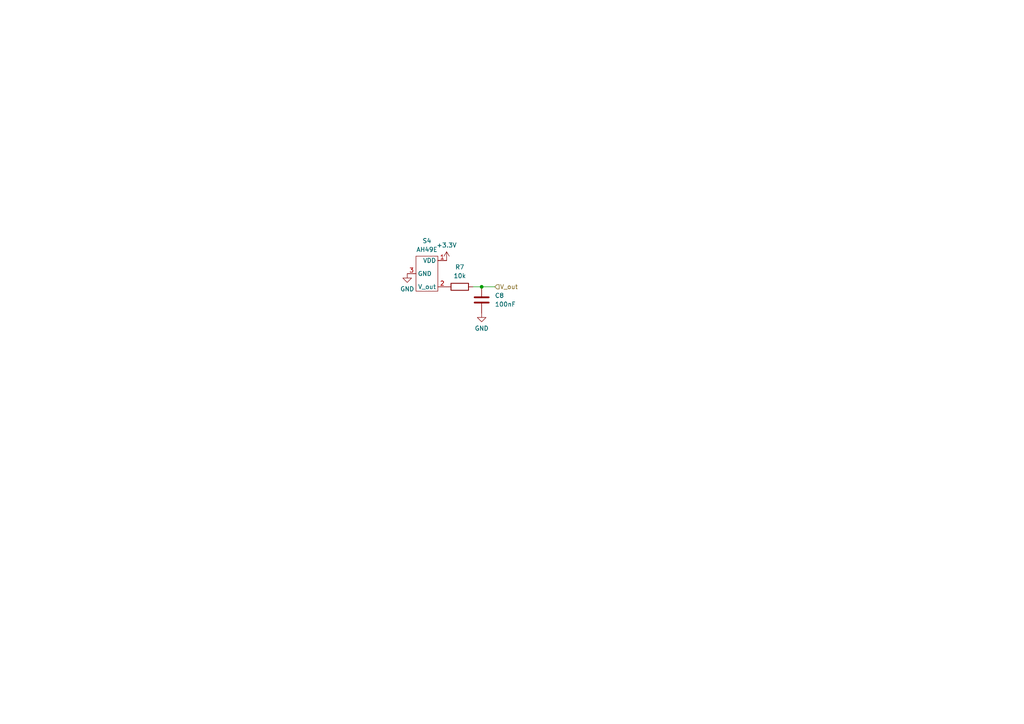
<source format=kicad_sch>
(kicad_sch (version 20230121) (generator eeschema)
  (paper "A4")
  (lib_symbols
    (symbol "Device:C" (pin_numbers hide) (pin_names (offset 0.254))
      (property "Reference" "C" (at 0.635 2.54 0))
      (property "Value" "C" (at 0.635 -2.54 0))
      (symbol "C_0_1"
        (polyline (pts (xy -2.032 -0.762) (xy 2.032 -0.762)) (stroke (width 0.508)))
        (polyline (pts (xy -2.032 0.762) (xy 2.032 0.762)) (stroke (width 0.508)))
      )
      (symbol "C_1_1"
        (pin passive line (at 0 3.81 270) (length 2.794) (name "~") (number "1"))
        (pin passive line (at 0 -3.81 90) (length 2.794) (name "~") (number "2"))
      )
    )
    (symbol "Device:R" (pin_numbers hide) (pin_names (offset 0))
      (property "Reference" "R" (at 2.032 0 90))
      (property "Value" "R" (at 0 0 90))
      (symbol "R_0_1"
        (rectangle (start -1.016 -2.54) (end 1.016 2.54) (stroke (width 0.254)))
      )
      (symbol "R_1_1"
        (pin passive line (at 0 3.81 270) (length 1.27) (name "~") (number "1"))
        (pin passive line (at 0 -3.81 90) (length 1.27) (name "~") (number "2"))
      )
    )
    (symbol "HEsensors:AH49E"
      (property "Reference" "S?" (at -5.08 12.7 0))
      (property "Value" "AH49E" (at -6.35 10.16 0))
      (symbol "AH49E_0_1"
        (rectangle (start -7.62 8.89) (end -1.27 -1.27))
      )
      (symbol "AH49E_1_1"
        (pin power_in line (at 1.27 7.62 180) (length 2.54) (name "VDD") (number "1"))
        (pin output line (at 1.27 0 180) (length 2.54) (name "V_out") (number "2"))
        (pin power_out line (at -10.16 3.81 0) (length 2.54) (name "GND") (number "3"))
      )
    )
    (symbol "power:+3.3V" (power) (pin_names (offset 0))
      (property "Value" "+3.3V" (at 0 3.556 0))
      (symbol "+3.3V_0_1"
        (polyline (pts (xy -0.762 1.27) (xy 0 2.54)))
        (polyline (pts (xy 0 0) (xy 0 2.54)))
        (polyline (pts (xy 0 2.54) (xy 0.762 1.27)))
      )
      (symbol "+3.3V_1_1"
        (pin power_in line (at 0 0 90) (length 0) hide (name "+3.3V") (number "1"))
      )
    )
    (symbol "power:GND" (power) (pin_names (offset 0))
      (property "Value" "GND" (at 0 -3.81 0))
      (symbol "GND_0_1"
        (polyline (pts (xy 0 0) (xy 0 -1.27) (xy 1.27 -1.27) (xy 0 -2.54) (xy -1.27 -1.27) (xy 0 -1.27)))
      )
      (symbol "GND_1_1"
        (pin power_in line (at 0 0 270) (length 0) hide (name "GND") (number "1"))
      )
    )
  )
  (junction (at 139.7 83.185))
  (wire (pts (xy 137.16 83.185) (xy 139.7 83.185)))
  (wire (pts (xy 139.7 83.185) (xy 143.51 83.185)))
  (hierarchical_label "V_out" (shape input) (at 143.51 83.185 0))
  (symbol (lib_id "Device:C") (at 139.7 86.995 0) (unit 1)
    (property "Reference" "C8" (at 143.51 85.725 0) (effects (justify left)))
    (property "Value" "100nF" (at 143.51 88.265 0) (effects (justify left)))
    (instances (project "finalhe" (path "" (reference "C8") (unit 1)) (path "" (reference "C13") (unit 1)) (path "" (reference "C14") (unit 1)) (path "" (reference "C5") (unit 1)) (path "" (reference "C7") (unit 1)) (path "" (reference "C10") (unit 1)) (path "" (reference "C49") (unit 1)) (path "" (reference "C35") (unit 1)) (path "" (reference "C24") (unit 1)) (path "" (reference "C36") (unit 1)) (path "" (reference "C38") (unit 1)) (path "" (reference "C48") (unit 1)) (path "" (reference "C40") (unit 1)) (path "" (reference "C51") (unit 1)) (path "" (reference "C42") (unit 1)) (path "" (reference "C54") (unit 1)) (path "" (reference "C52") (unit 1)) (path "" (reference "C33") (unit 1)) (path "" (reference "C53") (unit 1)) (path "" (reference "C45") (unit 1)) (path "" (reference "C47") (unit 1)) (path "" (reference "C44") (unit 1)) (path "" (reference "C50") (unit 1)) (path "" (reference "C46") (unit 1)) (path "" (reference "C43") (unit 1)) (path "" (reference "C41") (unit 1)) (path "" (reference "C55") (unit 1)) (path "" (reference "C34") (unit 1)) (path "" (reference "C9") (unit 1)) (path "" (reference "C12") (unit 1)) (path "" (reference "C11") (unit 1)) (path "" (reference "C32") (unit 1)) (path "" (reference "C16") (unit 1)) (path "" (reference "C26") (unit 1)) (path "" (reference "C25") (unit 1)) (path "" (reference "C23") (unit 1)) (path "" (reference "C31") (unit 1)) (path "" (reference "C30") (unit 1)) (path "" (reference "C37") (unit 1)) (path "" (reference "C27") (unit 1)) (path "" (reference "C28") (unit 1)) (path "" (reference "C29") (unit 1)) (path "" (reference "C6") (unit 1)) (path "" (reference "C19") (unit 1)) (path "" (reference "C20") (unit 1)) (path "" (reference "C17") (unit 1)) (path "" (reference "C18") (unit 1)) (path "" (reference "C15") (unit 1))))
  )
  (symbol (lib_id "power:GND") (at 118.11 79.375 0) (unit 1)
    (property "Reference" "#PWR019" (effects hide))
    (property "Value" "GND" (at 118.11 83.82 0))
    (instances (project "finalhe" (path "" (reference "#PWR019") (unit 1)) (path "" (reference "#PWR034") (unit 1)) (path "" (reference "#PWR037") (unit 1)) (path "" (reference "#PWR010") (unit 1)) (path "" (reference "#PWR016") (unit 1)) (path "" (reference "#PWR025") (unit 1)) (path "" (reference "#PWR0142") (unit 1)) (path "" (reference "#PWR0100") (unit 1)) (path "" (reference "#PWR067") (unit 1)) (path "" (reference "#PWR0103") (unit 1)) (path "" (reference "#PWR0109") (unit 1)) (path "" (reference "#PWR0139") (unit 1)) (path "" (reference "#PWR0115") (unit 1)) (path "" (reference "#PWR0148") (unit 1)) (path "" (reference "#PWR0121") (unit 1)) (path "" (reference "#PWR0157") (unit 1)) (path "" (reference "#PWR0151") (unit 1)) (path "" (reference "#PWR094") (unit 1)) (path "" (reference "#PWR0154") (unit 1)) (path "" (reference "#PWR0130") (unit 1)) (path "" (reference "#PWR0136") (unit 1)) (path "" (reference "#PWR0127") (unit 1)) (path "" (reference "#PWR0145") (unit 1)) (path "" (reference "#PWR0133") (unit 1)) (path "" (reference "#PWR0124") (unit 1)) (path "" (reference "#PWR0118") (unit 1)) (path "" (reference "#PWR0160") (unit 1)) (path "" (reference "#PWR097") (unit 1)) (path "" (reference "#PWR022") (unit 1)) (path "" (reference "#PWR031") (unit 1)) (path "" (reference "#PWR028") (unit 1)) (path "" (reference "#PWR091") (unit 1)) (path "" (reference "#PWR043") (unit 1)) (path "" (reference "#PWR073") (unit 1)) (path "" (reference "#PWR070") (unit 1)) (path "" (reference "#PWR064") (unit 1)) (path "" (reference "#PWR088") (unit 1)) (path "" (reference "#PWR085") (unit 1)) (path "" (reference "#PWR0106") (unit 1)) (path "" (reference "#PWR076") (unit 1)) (path "" (reference "#PWR079") (unit 1)) (path "" (reference "#PWR082") (unit 1)) (path "" (reference "#PWR013") (unit 1)) (path "" (reference "#PWR052") (unit 1)) (path "" (reference "#PWR055") (unit 1)) (path "" (reference "#PWR046") (unit 1)) (path "" (reference "#PWR049") (unit 1)) (path "" (reference "#PWR040") (unit 1))))
  )
  (symbol (lib_id "HEsensors:AH49E") (at 128.27 83.185 0) (unit 1)
    (property "Reference" "S4" (at 123.825 69.85 0))
    (property "Value" "AH49E" (at 123.825 72.39 0))
    (instances (project "finalhe" (path "" (reference "S4") (unit 1)) (path "" (reference "S9") (unit 1)) (path "" (reference "S10") (unit 1)) (path "" (reference "S1") (unit 1)) (path "" (reference "S3") (unit 1)) (path "" (reference "S6") (unit 1)) (path "" (reference "S42") (unit 1)) (path "" (reference "S29") (unit 1)) (path "" (reference "S18") (unit 1)) (path "" (reference "S30") (unit 1)) (path "" (reference "S32") (unit 1)) (path "" (reference "S41") (unit 1)) (path "" (reference "S33") (unit 1)) (path "" (reference "S44") (unit 1)) (path "" (reference "S35") (unit 1)) (path "" (reference "S47") (unit 1)) (path "" (reference "S45") (unit 1)) (path "" (reference "S27") (unit 1)) (path "" (reference "S46") (unit 1)) (path "" (reference "S38") (unit 1)) (path "" (reference "S40") (unit 1)) (path "" (reference "S37") (unit 1)) (path "" (reference "S43") (unit 1)) (path "" (reference "S39") (unit 1)) (path "" (reference "S36") (unit 1)) (path "" (reference "S34") (unit 1)) (path "" (reference "S48") (unit 1)) (path "" (reference "S28") (unit 1)) (path "" (reference "S5") (unit 1)) (path "" (reference "S8") (unit 1)) (path "" (reference "S7") (unit 1)) (path "" (reference "S26") (unit 1)) (path "" (reference "S12") (unit 1)) (path "" (reference "S20") (unit 1)) (path "" (reference "S19") (unit 1)) (path "" (reference "S17") (unit 1)) (path "" (reference "S25") (unit 1)) (path "" (reference "S24") (unit 1)) (path "" (reference "S31") (unit 1)) (path "" (reference "S21") (unit 1)) (path "" (reference "S22") (unit 1)) (path "" (reference "S23") (unit 1)) (path "" (reference "S2") (unit 1)) (path "" (reference "S15") (unit 1)) (path "" (reference "S16") (unit 1)) (path "" (reference "S13") (unit 1)) (path "" (reference "S14") (unit 1)) (path "" (reference "S11") (unit 1))))
  )
  (symbol (lib_id "Device:R") (at 133.35 83.185 90) (unit 1)
    (property "Reference" "R7" (at 133.35 77.47 90))
    (property "Value" "10k" (at 133.35 80.01 90))
    (instances (project "finalhe" (path "" (reference "R7") (unit 1)) (path "" (reference "R12") (unit 1)) (path "" (reference "R13") (unit 1)) (path "" (reference "R4") (unit 1)) (path "" (reference "R6") (unit 1)) (path "" (reference "R9") (unit 1)) (path "" (reference "R45") (unit 1)) (path "" (reference "R32") (unit 1)) (path "" (reference "R21") (unit 1)) (path "" (reference "R33") (unit 1)) (path "" (reference "R35") (unit 1)) (path "" (reference "R44") (unit 1)) (path "" (reference "R36") (unit 1)) (path "" (reference "R47") (unit 1)) (path "" (reference "R38") (unit 1)) (path "" (reference "R50") (unit 1)) (path "" (reference "R48") (unit 1)) (path "" (reference "R30") (unit 1)) (path "" (reference "R49") (unit 1)) (path "" (reference "R41") (unit 1)) (path "" (reference "R43") (unit 1)) (path "" (reference "R40") (unit 1)) (path "" (reference "R46") (unit 1)) (path "" (reference "R42") (unit 1)) (path "" (reference "R39") (unit 1)) (path "" (reference "R37") (unit 1)) (path "" (reference "R51") (unit 1)) (path "" (reference "R31") (unit 1)) (path "" (reference "R8") (unit 1)) (path "" (reference "R11") (unit 1)) (path "" (reference "R10") (unit 1)) (path "" (reference "R29") (unit 1)) (path "" (reference "R15") (unit 1)) (path "" (reference "R23") (unit 1)) (path "" (reference "R22") (unit 1)) (path "" (reference "R20") (unit 1)) (path "" (reference "R28") (unit 1)) (path "" (reference "R27") (unit 1)) (path "" (reference "R34") (unit 1)) (path "" (reference "R24") (unit 1)) (path "" (reference "R25") (unit 1)) (path "" (reference "R26") (unit 1)) (path "" (reference "R5") (unit 1)) (path "" (reference "R18") (unit 1)) (path "" (reference "R19") (unit 1)) (path "" (reference "R16") (unit 1)) (path "" (reference "R17") (unit 1)) (path "" (reference "R14") (unit 1))))
  )
  (symbol (lib_id "power:GND") (at 139.7 90.805 0) (unit 1)
    (property "Reference" "#PWR021" (effects hide))
    (property "Value" "GND" (at 139.7 95.25 0))
    (instances (project "finalhe" (path "" (reference "#PWR021") (unit 1)) (path "" (reference "#PWR036") (unit 1)) (path "" (reference "#PWR039") (unit 1)) (path "" (reference "#PWR012") (unit 1)) (path "" (reference "#PWR018") (unit 1)) (path "" (reference "#PWR027") (unit 1)) (path "" (reference "#PWR0144") (unit 1)) (path "" (reference "#PWR0102") (unit 1)) (path "" (reference "#PWR069") (unit 1)) (path "" (reference "#PWR0105") (unit 1)) (path "" (reference "#PWR0111") (unit 1)) (path "" (reference "#PWR0141") (unit 1)) (path "" (reference "#PWR0117") (unit 1)) (path "" (reference "#PWR0150") (unit 1)) (path "" (reference "#PWR0123") (unit 1)) (path "" (reference "#PWR0159") (unit 1)) (path "" (reference "#PWR0153") (unit 1)) (path "" (reference "#PWR096") (unit 1)) (path "" (reference "#PWR0156") (unit 1)) (path "" (reference "#PWR0132") (unit 1)) (path "" (reference "#PWR0138") (unit 1)) (path "" (reference "#PWR0129") (unit 1)) (path "" (reference "#PWR0147") (unit 1)) (path "" (reference "#PWR0135") (unit 1)) (path "" (reference "#PWR0126") (unit 1)) (path "" (reference "#PWR0120") (unit 1)) (path "" (reference "#PWR0162") (unit 1)) (path "" (reference "#PWR099") (unit 1)) (path "" (reference "#PWR024") (unit 1)) (path "" (reference "#PWR033") (unit 1)) (path "" (reference "#PWR030") (unit 1)) (path "" (reference "#PWR093") (unit 1)) (path "" (reference "#PWR045") (unit 1)) (path "" (reference "#PWR075") (unit 1)) (path "" (reference "#PWR072") (unit 1)) (path "" (reference "#PWR066") (unit 1)) (path "" (reference "#PWR090") (unit 1)) (path "" (reference "#PWR087") (unit 1)) (path "" (reference "#PWR0108") (unit 1)) (path "" (reference "#PWR078") (unit 1)) (path "" (reference "#PWR081") (unit 1)) (path "" (reference "#PWR084") (unit 1)) (path "" (reference "#PWR015") (unit 1)) (path "" (reference "#PWR054") (unit 1)) (path "" (reference "#PWR057") (unit 1)) (path "" (reference "#PWR048") (unit 1)) (path "" (reference "#PWR051") (unit 1)) (path "" (reference "#PWR042") (unit 1))))
  )
  (symbol (lib_id "power:+3.3V") (at 129.54 75.565 0) (unit 1)
    (property "Reference" "#PWR020" (effects hide))
    (property "Value" "+3.3V" (at 129.54 71.12 0))
    (instances (project "finalhe" (path "" (reference "#PWR020") (unit 1)) (path "" (reference "#PWR035") (unit 1)) (path "" (reference "#PWR038") (unit 1)) (path "" (reference "#PWR011") (unit 1)) (path "" (reference "#PWR017") (unit 1)) (path "" (reference "#PWR026") (unit 1)) (path "" (reference "#PWR0143") (unit 1)) (path "" (reference "#PWR0101") (unit 1)) (path "" (reference "#PWR068") (unit 1)) (path "" (reference "#PWR0104") (unit 1)) (path "" (reference "#PWR0110") (unit 1)) (path "" (reference "#PWR0140") (unit 1)) (path "" (reference "#PWR0116") (unit 1)) (path "" (reference "#PWR0149") (unit 1)) (path "" (reference "#PWR0122") (unit 1)) (path "" (reference "#PWR0158") (unit 1)) (path "" (reference "#PWR0152") (unit 1)) (path "" (reference "#PWR095") (unit 1)) (path "" (reference "#PWR0155") (unit 1)) (path "" (reference "#PWR0131") (unit 1)) (path "" (reference "#PWR0137") (unit 1)) (path "" (reference "#PWR0128") (unit 1)) (path "" (reference "#PWR0146") (unit 1)) (path "" (reference "#PWR0134") (unit 1)) (path "" (reference "#PWR0125") (unit 1)) (path "" (reference "#PWR0119") (unit 1)) (path "" (reference "#PWR0161") (unit 1)) (path "" (reference "#PWR098") (unit 1)) (path "" (reference "#PWR023") (unit 1)) (path "" (reference "#PWR032") (unit 1)) (path "" (reference "#PWR029") (unit 1)) (path "" (reference "#PWR092") (unit 1)) (path "" (reference "#PWR044") (unit 1)) (path "" (reference "#PWR074") (unit 1)) (path "" (reference "#PWR071") (unit 1)) (path "" (reference "#PWR065") (unit 1)) (path "" (reference "#PWR089") (unit 1)) (path "" (reference "#PWR086") (unit 1)) (path "" (reference "#PWR0107") (unit 1)) (path "" (reference "#PWR077") (unit 1)) (path "" (reference "#PWR080") (unit 1)) (path "" (reference "#PWR083") (unit 1)) (path "" (reference "#PWR014") (unit 1)) (path "" (reference "#PWR053") (unit 1)) (path "" (reference "#PWR056") (unit 1)) (path "" (reference "#PWR047") (unit 1)) (path "" (reference "#PWR050") (unit 1)) (path "" (reference "#PWR041") (unit 1))))
  )
)
</source>
